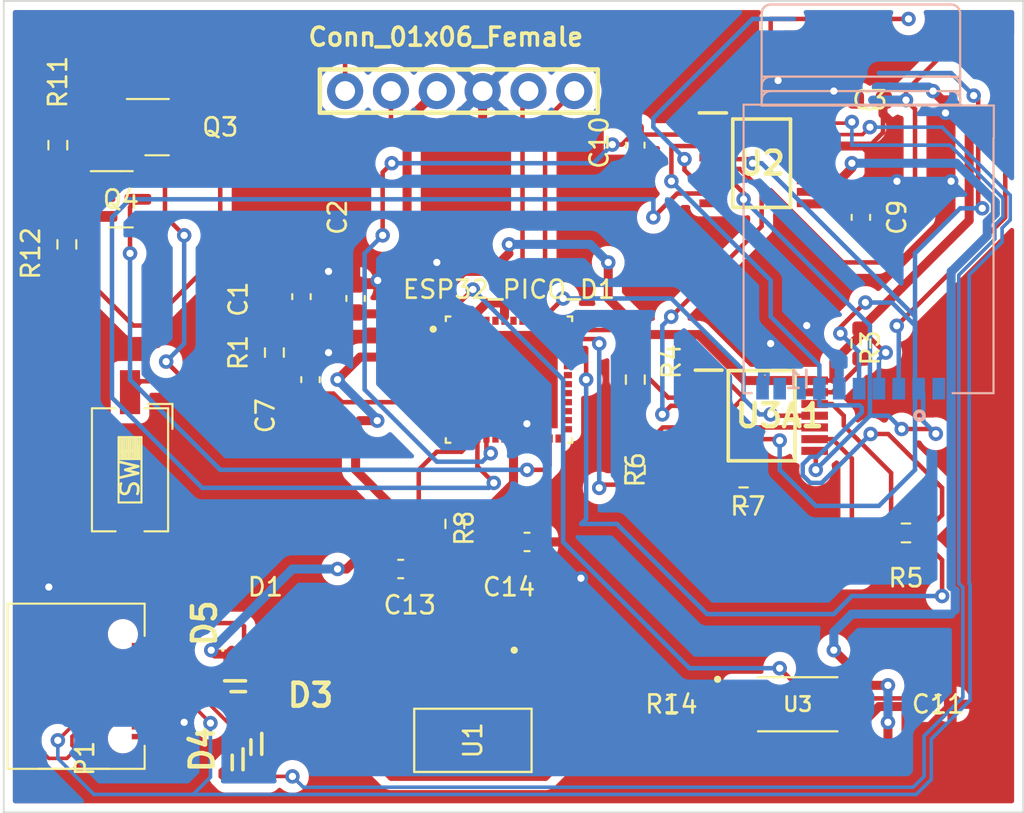
<source format=kicad_pcb>
(kicad_pcb (version 20211014) (generator pcbnew)
  (layers (0 "F.Cu" signal) (31 "B.Cu" signal) (34 "B.Paste" user) (35 "F.Paste" user) (36 "B.SilkS" user "B.Silkscreen") (37 "F.SilkS" user "F.Silkscreen") (38 "B.Mask" user) (39 "F.Mask" user) (44 "Edge.Cuts" user))
  (net 0 "")
  (net 1 "VDD")
  (net 2 "GND")
  (net 3 "Net-(C3-Pad1)")
  (net 4 "/EN")
  (net 5 "Net-(C9-Pad1)")
  (net 6 "/SD_RESET")
  (net 7 "Net-(C11-Pad1)")
  (net 8 "+5V")
  (net 9 "Net-(D1-Pad2)")
  (net 10 "/USB_N")
  (net 11 "/USB_P")
  (net 21 "/SELECT")
  (net 22 "/SD_CDZ")
  (net 28 "/BOOT")
  (net 38 "/ESP_CS")
  (net 39 "/ESP_CLK")
  (net 40 "/ESP_MOSI")
  (net 41 "/ESP_MISO")
  (net 43 "/ESP_RXD0")
  (net 44 "/ESP_TXD0")
  (net 49 "/ESP_CAP1_NC")
  (net 51 "/CD{slash}DAT3")
  (net 52 "/CMD1")
  (net 53 "/CLK1")
  (net 54 "/DAT0")
  (net 56 "/DTR")
  (net 57 "/RTS")
  (net 62 "Net-(Q3-Pad2)")
  (net 63 "Net-(Q4-Pad2)")
  (net 64 "Net-(R3-Pad1)")
  (net 65 "Net-(R4-Pad2)")
  (net 66 "Net-(R5-Pad1)")
  (net 67 "Net-(R6-Pad2)")
  (net 68 "Net-(R7-Pad1)")
  (net 69 "Net-(R14-Pad2)")
  (net 74 "Net-(U3A1-Pad1)")
  (footprint "Diode_SMD:D_0201_0603Metric" (layer "F.Cu") (at 119 106.5)
    (fp_text reference "D1")
    (fp_text value "BAT760")
  )
  (footprint "Resistor_SMD:R_0603_1608Metric" (layer "F.Cu") (at 153.5 89.5 90)
    (fp_text reference "R3")
    (fp_text value "10K")
  )
  (footprint "Button_Switch_SMD:SW_DIP_SPSTx01_Slide_6.7x4.1mm_W8.61mm_P2.54mm_LowProfile" (layer "F.Cu") (at 113 96.5 -90)
    (fp_text reference "SW1")
    (fp_text value "SW_MEC_5G")
  )
  (footprint "pcb-LIB:EST" (layer "F.Cu") (at 118.9625 112.7275 -90)
    (fp_text reference "D4")
    (fp_text value "ESD9X5.OST5G" hide)
  )
  (footprint "pcb-LIB:USB TYPE C" (layer "F.Cu") (at 110 108.5 -90)
    (fp_text reference "P1")
    (fp_text value "EC_USB_TYPE_C_16P_QT")
  )
  (footprint "Capacitor_SMD:C_0603_1608Metric" (layer "F.Cu") (at 123 91.5 90)
    (fp_text reference "C7")
    (fp_text value "0.1uF")
  )
  (footprint "pcb-LIB:esp32_pico_d4" (layer "F.Cu") (at 134 91.5)
    (fp_text reference "ESP32_PICO_D1")
    (fp_text value "ESP32-PICO-D4")
  )
  (footprint "pcb-LIB:gl823k" (layer "F.Cu") (at 148 79.5)
    (fp_text reference "U2")
    (fp_text value "GLB23K" hide)
  )
  (footprint "Resistor_SMD:R_0603_1608Metric" (layer "F.Cu") (at 156 100)
    (fp_text reference "R5")
    (fp_text value "3.3K")
  )
  (footprint "pcb-LIB:VOLTAGE REG 2" (layer "F.Cu") (at 132 111.5 -90)
    (fp_text reference "U1")
    (fp_text value "AMS1117-3.3")
  )
  (footprint "Capacitor_SMD:C_0603_1608Metric" (layer "F.Cu") (at 122.5 86.9 90)
    (fp_text reference "C1")
    (fp_text value "0.1uF")
  )
  (footprint "Package_TO_SOT_SMD:SOT-23" (layer "F.Cu") (at 114.5 77.5)
    (fp_text reference "Q3")
    (fp_text value "2N3904")
  )
  (footprint "Capacitor_SMD:C_0603_1608Metric" (layer "F.Cu") (at 141 78.5 90)
    (fp_text reference "C10")
    (fp_text value "0.1uF")
  )
  (footprint "Resistor_SMD:R_0603_1608Metric" (layer "F.Cu") (at 131 99.5 90)
    (fp_text reference "R8")
    (fp_text value "10k")
  )
  (footprint "pcb-LIB:QUAD BUFFER" (layer "F.Cu") (at 148 93.5)
    (fp_text reference "U3A1")
    (fp_text value "74ABT123PW_112" hide)
  )
  (footprint "Resistor_SMD:R_0603_1608Metric" (layer "F.Cu") (at 109 78.5 90)
    (fp_text reference "R11")
    (fp_text value "1K")
  )
  (footprint "powermux:SOP65P640X120-8N" (layer "F.Cu") (at 150 109.5)
    (fp_text reference "U3")
    (fp_text value "TP52113APWR")
  )
  (footprint "Resistor_SMD:R_0603_1608Metric" (layer "F.Cu") (at 141 91.5 90)
    (fp_text reference "R4")
    (fp_text value "3.3K")
  )
  (footprint "Resistor_SMD:R_0603_1608Metric" (layer "F.Cu") (at 121 90 -90)
    (fp_text reference "R1")
    (fp_text value "10K")
  )
  (footprint "Package_TO_SOT_SMD:SOT-23" (layer "F.Cu") (at 112.5 81.5)
    (fp_text reference "Q4")
    (fp_text value "2N3904")
  )
  (footprint "Capacitor_SMD:C_0603_1608Metric" (layer "F.Cu") (at 135 100.5)
    (fp_text reference "C14")
    (fp_text value "10uF")
  )
  (footprint "pcb-LIB:CONN_01x06" (layer "F.Cu") (at 124.92 75.5)
    (fp_text reference "J1" hide)
    (fp_text value "Conn_01x06_Female")
  )
  (footprint "Capacitor_SMD:C_0603_1608Metric" (layer "F.Cu") (at 153.5 82.5 90)
    (fp_text reference "C9")
    (fp_text value "0.1uF")
  )
  (footprint "Resistor_SMD:R_0603_1608Metric" (layer "F.Cu") (at 141 96.5 90)
    (fp_text reference "R6")
    (fp_text value "3.3K")
  )
  (footprint "Capacitor_SMD:C_0603_1608Metric" (layer "F.Cu") (at 154 76)
    (fp_text reference "C3")
    (fp_text value "0.1uF")
  )
  (footprint "Capacitor_SMD:C_0603_1608Metric" (layer "F.Cu") (at 128 102)
    (fp_text reference "C13")
    (fp_text value "10uF")
  )
  (footprint "Resistor_SMD:R_0603_1608Metric" (layer "F.Cu") (at 109.5 84 90)
    (fp_text reference "R12")
    (fp_text value "1K")
  )
  (footprint "pcb-LIB:EST" (layer "F.Cu") (at 120 111.8725 -90)
    (fp_text reference "D5")
    (fp_text value "ESD9X5.OST5G" hide)
  )
  (footprint "Capacitor_SMD:C_0603_1608Metric" (layer "F.Cu") (at 157.775 109.5)
    (fp_text reference "C11")
    (fp_text value "0.1uF")
  )
  (footprint "pcb-LIB:EST" (layer "F.Cu") (at 119 108.5)
    (fp_text reference "D3")
    (fp_text value "ESD9X5.OST5G" hide)
  )
  (footprint "Capacitor_SMD:C_0603_1608Metric" (layer "F.Cu") (at 125.5 87 90)
    (fp_text reference "C2")
    (fp_text value "0.1uF")
  )
  (footprint "Resistor_SMD:R_0603_1608Metric" (layer "F.Cu") (at 143 109.5)
    (fp_text reference "R14")
    (fp_text value "680R")
  )
  (footprint "Resistor_SMD:R_0603_1608Metric" (layer "F.Cu") (at 147 98 180)
    (fp_text reference "R7")
    (fp_text value "3.3K")
  )
  (footprint "pcb-LIB:CARD SOCKET 1" (layer "B.Cu") (at 153.5 92)
    (fp_text reference "I1")
    (fp_text value "DM3AT_SF_PEJM5_copy")
  )
  (gr_rect (start 106 70.5) (end 162.5 115.5) (layer "Edge.Cuts") (width 0.1) (fill none))
  (segment (start 133.75 87.25) (end 133.75 88) (width 0.5) (layer "F.Cu") (net 1))
  (segment (start 134.655 105.5) (end 134.655 100.93) (width 0.5) (layer "F.Cu") (net 1))
  (segment (start 151.939104 91.55) (end 152 91.489104) (width 0.25) (layer "F.Cu") (net 1))
  (segment (start 129.25 88.75) (end 129.75 88.75) (width 0.5) (layer "F.Cu") (net 1))
  (segment (start 125.57826 87.85326) (end 128.35326 87.85326) (width 0.5) (layer "F.Cu") (net 1))
  (segment (start 152 90.5) (end 153.5 89) (width 0.5) (layer "F.Cu") (net 1))
  (segment (start 132 111.373) (end 132 108.155) (width 0.5) (layer "F.Cu") (net 1))
  (segment (start 129.75 90.25) (end 130.735 90.25) (width 0.5) (layer "F.Cu") (net 1))
  (segment (start 136.935 88.05) (end 136.75 88.235) (width 0.25) (layer "F.Cu") (net 1))
  (segment (start 133 85.5) (end 134 84.5) (width 0.5) (layer "F.Cu") (net 1))
  (segment (start 141.5 89) (end 140.55 88.05) (width 0.5) (layer "F.Cu") (net 1))
  (segment (start 122.5 87.675) (end 125.4 87.675) (width 0.5) (layer "F.Cu") (net 1))
  (segment (start 134.655 102.345) (end 134.655 100.155) (width 0.25) (layer "F.Cu") (net 1))
  (segment (start 125.5 94) (end 125.725451 93.774549) (width 0.5) (layer "F.Cu") (net 1))
  (segment (start 131.5 85.5) (end 133 85.5) (width 0.5) (layer "F.Cu") (net 1))
  (segment (start 125.75 90.25) (end 129.75 90.25) (width 0.5) (layer "F.Cu") (net 1))
  (segment (start 153.5 89) (end 153.5 88.675) (width 0.25) (layer "F.Cu") (net 1))
  (segment (start 129.75 90.25) (end 129.75 88.75) (width 0.5) (layer "F.Cu") (net 1))
  (segment (start 125.4 87.675) (end 125.5 87.775) (width 0.25) (layer "F.Cu") (net 1))
  (segment (start 134.655 100.93) (end 134.225 100.5) (width 0.25) (layer "F.Cu") (net 1))
  (segment (start 125.5 96.5) (end 125.5 94) (width 0.5) (layer "F.Cu") (net 1))
  (segment (start 128.35326 87.85326) (end 129.25 88.75) (width 0.5) (layer "F.Cu") (net 1))
  (segment (start 121 89.175) (end 121 88.675) (width 0.25) (layer "F.Cu") (net 1))
  (segment (start 121 88.675) (end 122 87.675) (width 0.5) (layer "F.Cu") (net 1))
  (segment (start 139.5 87) (end 140.55 88.05) (width 0.5) (layer "F.Cu") (net 1))
  (segment (start 131.175 98.5) (end 131 98.675) (width 0.25) (layer "F.Cu") (net 1))
  (segment (start 140.55 88.05) (end 136.935 88.05) (width 0.25) (layer "F.Cu") (net 1))
  (segment (start 134 85.5) (end 133.75 85.75) (width 0.25) (layer "F.Cu") (net 1))
  (segment (start 134.655 100.155) (end 133 98.5) (width 0.5) (layer "F.Cu") (net 1))
  (segment (start 130.735 90.25) (end 130.735 89.75) (width 0.25) (layer "F.Cu") (net 1))
  (segment (start 133.75 85.75) (end 133.75 87.25) (width 0.5) (layer "F.Cu") (net 1))
  (segment (start 134.25 97.25) (end 134.25 94.765) (width 0.5) (layer "F.Cu") (net 1))
  (segment (start 129.75 88.75) (end 130.735 88.75) (width 0.5) (layer "F.Cu") (net 1))
  (segment (start 150.938 91.55) (end 151.939104 91.55) (width 0.25) (layer "F.Cu") (net 1))
  (segment (start 157.987299 75.987299) (end 158.488006 75.987299) (width 0.5) (layer "F.Cu") (net 1))
  (segment (start 134 84.5) (end 134 84) (width 0.25) (layer "F.Cu") (net 1))
  (segment (start 159.5 82.675) (end 153.5 88.675) (width 0.5) (layer "F.Cu") (net 1))
  (segment (start 154.825 90) (end 153.5 88.675) (width 0.25) (layer "F.Cu") (net 1))
  (segment (start 130 75.5) (end 128.35326 77.14674) (width 0.5) (layer "F.Cu") (net 1))
  (segment (start 134.655 102.345) (end 131.345 102.345) (width 0.5) (layer "F.Cu") (net 1))
  (segment (start 124.5 91.5) (end 125.75 90.25) (width 0.5) (layer "F.Cu") (net 1))
  (segment (start 150.938 91.55) (end 147.05 91.55) (width 0.5) (layer "F.Cu") (net 1))
  (segment (start 128.35326 77.14674) (end 128.35326 87.85326) (width 0.5) (layer "F.Cu") (net 1))
  (segment (start 131.345 102.345) (end 125.5 96.5) (width 0.5) (layer "F.Cu") (net 1))
  (segment (start 133 98.5) (end 134.25 97.25) (width 0.5) (layer "F.Cu") (net 1))
  (segment (start 157.5 75.5) (end 157.987299 75.987299) (width 0.5) (layer "F.Cu") (net 1))
  (segment (start 132.25 87.75) (end 132.75 87.25) (width 0.5) (layer "F.Cu") (net 1))
  (segment (start 122 87.675) (end 122.5 87.675) (width 0.25) (layer "F.Cu") (net 1))
  (segment (start 125.725451 93.774549) (end 126.699951 93.774549) (width 0.5) (layer "F.Cu") (net 1))
  (segment (start 125.5 87.775) (end 125.57826 87.85326) (width 0.25) (layer "F.Cu") (net 1))
  (segment (start 147.05 91.55) (end 144.5 89) (width 0.5) (layer "F.Cu") (net 1))
  (segment (start 134.655 105.5) (end 134.655 102.345) (width 0.25) (layer "F.Cu") (net 1))
  (segment (start 133 98.5) (end 131.175 98.5) (width 0.5) (layer "F.Cu") (net 1))
  (segment (start 129.75 87.25) (end 131.5 85.5) (width 0.5) (layer "F.Cu") (net 1))
  (segment (start 158.488006 75.987299) (end 159.5 76.999293) (width 0.5) (layer "F.Cu") (net 1))
  (segment (start 159.5 76.999293) (end 159.5 82.675) (width 0.5) (layer "F.Cu") (net 1))
  (segment (start 152 91.489104) (end 152 90.5) (width 0.5) (layer "F.Cu") (net 1))
  (segment (start 144.5 89) (end 141.5 89) (width 0.5) (layer "F.Cu") (net 1))
  (segment (start 139.5 85) (end 139.5 87) (width 0.5) (layer "F.Cu") (net 1))
  (segment (start 132.75 87.25) (end 133.75 87.25) (width 0.5) (layer "F.Cu") (net 1))
  (segment (start 129.75 88.75) (end 129.75 87.25) (width 0.5) (layer "F.Cu") (net 1))
  (segment (start 132.25 88.235) (end 132.25 87.75) (width 0.5) (layer "F.Cu") (net 1))
  (segment (start 154.8755 90) (end 154.825 90) (width 0.25) (layer "F.Cu") (net 1))
  (segment (start 133 85.5) (end 134 85.5) (width 0.5) (layer "F.Cu") (net 1))
  (segment (start 132 108.155) (end 134.655 105.5) (width 0.5) (layer "F.Cu") (net 1))
  (via (at 157.5 75.5) (size 0.8) (drill 0.4) (layers "F.Cu" "B.Cu") (net 1))
  (via (at 126.699951 93.774549) (size 0.8) (drill 0.4) (layers "F.Cu" "B.Cu") (net 1))
  (via (at 139.5 85) (size 0.8) (drill 0.4) (layers "F.Cu" "B.Cu") (net 1))
  (via (at 134 84) (size 0.8) (drill 0.4) (layers "F.Cu" "B.Cu") (net 1))
  (via (at 124.5 91.5) (size 0.8) (drill 0.4) (layers "F.Cu" "B.Cu") (net 1))
  (via (at 154.8755 90) (size 0.8) (drill 0.4) (layers "F.Cu" "B.Cu") (net 1))
  (segment (start 157.275 75.275) (end 154.35 75.275) (width 0.5) (layer "B.Cu") (net 1))
  (segment (start 154.5 92) (end 154.5 90.3755) (width 0.25) (layer "B.Cu") (net 1))
  (segment (start 126.699951 93.699951) (end 124.5 91.5) (width 0.5) (layer "B.Cu") (net 1))
  (segment (start 126.699951 93.774549) (end 126.699951 93.699951) (width 0.25) (layer "B.Cu") (net 1))
  (segment (start 157.5 75.5) (end 157.275 75.275) (width 0.25) (layer "B.Cu") (net 1))
  (segment (start 138.5 84) (end 139.5 85) (width 0.5) (layer "B.Cu") (net 1))
  (segment (start 154.5 90.3755) (end 154.8755 90) (width 0.25) (layer "B.Cu") (net 1))
  (segment (start 134 84) (end 138.5 84) (width 0.5) (layer "B.Cu") (net 1))
  (segment (start 155.5 77.55) (end 155.5 80.5) (width 0.5) (layer "F.Cu") (net 2))
  (segment (start 109 100.201667) (end 109.603333 100.805) (width 0.5) (layer "F.Cu") (net 2))
  (segment (start 118.9625 113.2275) (end 119.145 113.2275) (width 0.5) (layer "F.Cu") (net 2))
  (segment (start 139 77.5) (end 140 76.5) (width 0.5) (layer "F.Cu") (net 2))
  (segment (start 135.775 100.5) (end 135.775 103.1) (width 0.25) (layer "F.Cu") (net 2))
  (segment (start 114.5 89.5) (end 110 89.5) (width 0.5) (layer "F.Cu") (net 2))
  (segment (start 108.5 103) (end 110.695 100.805) (width 0.5) (layer "F.Cu") (net 2))
  (segment (start 134.29 108.155) (end 135.775 106.67) (width 0.5) (layer "F.Cu") (net 2))
  (segment (start 135.046137 94) (end 134.992008 93.945871) (width 0.25) (layer "F.Cu") (net 2))
  (segment (start 153.952 78.548) (end 153.977305 78.548) (width 0.25) (layer "F.Cu") (net 2))
  (segment (start 127.701667 100.201667) (end 113.603333 100.201667) (width 0.5) (layer "F.Cu") (net 2))
  (segment (start 125.4 86.125) (end 125.5 86.225) (width 0.25) (layer "F.Cu") (net 2))
  (segment (start 139 72.5) (end 140 73.5) (width 0.5) (layer "F.Cu") (net 2))
  (segment (start 132.54 75.5) (end 135.54 72.5) (width 0.5) (layer "F.Cu") (net 2))
  (segment (start 116 110.5) (end 115.206 111.294) (width 0.5) (layer "F.Cu") (net 2))
  (segment (start 156.55 111.5) (end 157.025 111.025) (width 0.5) (layer "F.Cu") (net 2))
  (segment (start 145.062 99.438) (end 145.062 95.45) (width 0.25) (layer "F.Cu") (net 2))
  (segment (start 113.67 111.294) (end 113.67 110.75) (width 0.25) (layer "F.Cu") (net 2))
  (segment (start 144.5 108) (end 143.675 108) (width 0.5) (layer "F.Cu") (net 2))
  (segment (start 121.5 108.5) (end 122 109) (width 0.5) (layer "F.Cu") (net 2))
  (segment (start 123 90.725) (end 123.725 90) (width 0.25) (layer "F.Cu") (net 2))
  (segment (start 153.952 81.273) (end 153.952 78.548) (width 0.5) (layer "F.Cu") (net 2))
  (segment (start 153.5 81.725) (end 153.952 81.273) (width 0.25) (layer "F.Cu") (net 2))
  (segment (start 119.5 108.5) (end 121.5 108.5) (width 0.5) (layer "F.Cu") (net 2))
  (segment (start 147.917611 109.825) (end 148.567611 110.475) (width 0.5) (layer "F.Cu") (net 2))
  (segment (start 154.507611 109.625) (end 156 109.625) (width 0.5) (layer "F.Cu") (net 2))
  (segment (start 143.675 108) (end 142.175 109.5) (width 0.5) (layer "F.Cu") (net 2))
  (segment (start 144.522 76.5) (end 145.3 77.278) (width 0.5) (layer "F.Cu") (net 2))
  (segment (start 134 91.5) (end 136.5 94) (width 0.25) (layer "F.Cu") (net 2))
  (segment (start 115.206 111.294) (end 113.67 111.294) (width 0.5) (layer "F.Cu") (net 2))
  (segment (start 141 79.275) (end 139.225 79.275) (width 0.5) (layer "F.Cu") (net 2))
  (segment (start 109 90.5) (end 109 100.201667) (width 0.5) (layer "F.Cu") (net 2))
  (segment (start 110.695 100.805) (end 113 100.805) (width 0.25) (layer "F.Cu") (net 2))
  (segment (start 147.13 109.825) (end 147.917611 109.825) (width 0.25) (layer "F.Cu") (net 2))
  (segment (start 157.025 111.025) (end 158.55 109.5) (width 0.5) (layer "F.Cu") (net 2))
  (segment (start 150.5 88.5) (end 149.5 88.5) (width 0.25) (layer "F.Cu") (net 2))
  (segment (start 117.875 86.125) (end 114.5 89.5) (width 0.5) (layer "F.Cu") (net 2))
  (segment (start 122.5 86.125) (end 125.4 86.125) (width 0.5) (layer "F.Cu") (net 2))
  (segment (start 128.5 101) (end 127.701667 100.201667) (width 0.5) (layer "F.Cu") (net 2))
  (segment (start 145 99.5) (end 145.062 99.438) (width 0.25) (layer "F.Cu") (net 2))
  (segment (start 146.545402 77.278) (end 148.911701 74.911701) (width 0.5) (layer "F.Cu") (net 2))
  (segment (start 122 111) (end 120.6275 112.3725) (width 0.5) (layer "F.Cu") (net 2))
  (segment (start 124.725 86.225) (end 125.5 86.225) (width 0.25) (layer "F.Cu") (net 2))
  (segment (start 124.5 86) (end 124 85.5) (width 0.25) (layer "F.Cu") (net 2))
  (segment (start 110 89.5) (end 109 90.5) (width 0.5) (layer "F.Cu") (net 2))
  (segment (start 152.87 110.475) (end 153.657611 110.475) (width 0.5) (layer "F.Cu") (net 2))
  (segment (start 136.5 94) (end 135.046137 94) (width 0.25) (layer "F.Cu") (net 2))
  (segment (start 156 111.5) (end 156.55 111.5) (width 0.5) (layer "F.Cu") (net 2))
  (segment (start 147.13 109.825) (end 147.13 109.175) (width 0.5) (layer "F.Cu") (net 2))
  (segment (start 153.05 74.45) (end 154.725 74.45) (width 0.5) (layer "F.Cu") (net 2))
  (segment (start 122 109) (end 122 111) (width 0.5) (layer "F.Cu") (net 2))
  (segment (start 139 79.05) (end 139 77.5) (width 0.5) (layer "F.Cu") (net 2))
  (segment (start 120.6275 112.3725) (end 120 112.3725) (width 0.5) (layer "F.Cu") (net 2))
  (segment (start 128.5 101.725) (end 128.5 101) (width 0.5) (layer "F.Cu") (net 2))
  (segment (start 154.725 76.775) (end 155.5 77.55) (width 0.5) (layer "F.Cu") (net 2))
  (segment (start 154.725 77.800305) (end 154.725 76.775) (width 0.25) (layer "F.Cu") (net 2))
  (segment (start 128.775 102) (end 128.5 101.725) (width 0.25) (layer "F.Cu") (net 2))
  (segment (start 124 85.5) (end 124.725 86.225) (width 0.25) (layer "F.Cu") (net 2))
  (segment (start 141 99.5) (end 145 99.5) (width 0.25) (layer "F.Cu") (net 2))
  (segment (start 148.567611 110.475) (end 152.87 110.475) (width 0.5) (layer "F.Cu") (net 2))
  (segment (start 156 109.625) (end 156 111.5) (width 0.5) (layer "F.Cu") (net 2))
  (segment (start 140 76.5) (end 144.522 76.5) (width 0.5) (layer "F.Cu") (net 2))
  (segment (start 145.3 77.278) (end 146.545402 77.278) (width 0.25) (layer "F.Cu") (net 2))
  (segment (start 140 73.5) (end 140 76.5) (width 0.5) (layer "F.Cu") (net 2))
  (segment (start 135.775 106.67) (end 135.775 100.5) (width 0.5) (layer "F.Cu") (net 2))
  (segment (start 122.5 86.125) (end 117.875 86.125) (width 0.5) (layer "F.Cu") (net 2))
  (segment (start 154.725 76.775) (end 154.725 74.45) (width 0.5) (layer "F.Cu") (net 2))
  (segment (start 132.54 75.5) (end 132.54 82.46) (width 0.5) (layer "F.Cu") (net 2))
  (segment (start 135.54 72.5) (end 139 72.5) (width 0.5) (layer "F.Cu") (net 2))
  (segment (start 132.54 82.46) (end 130 85) (width 0.5) (layer "F.Cu") (net 2))
  (segment (start 153.657611 110.475) (end 154.507611 109.625) (width 0.5) (layer "F.Cu") (net 2))
  (segment (start 126.7245 86) (end 124.5 86) (width 0.25) (layer "F.Cu") (net 2))
  (segment (start 152 75.5) (end 153.05 74.45) (width 0.5) (layer "F.Cu") (net 2))
  (segment (start 147.13 109.825) (end 146.325 109.825) (width 0.25) (layer "F.Cu") (net 2))
  (segment (start 137.987701 102.512299) (end 141 99.5) (width 0.25) (layer "F.Cu") (net 2))
  (segment (start 153.977305 78.548) (end 154.725 77.800305) (width 0.25) (layer "F.Cu") (net 2))
  (segment (start 109.603333 100.805) (end 113 100.805) (width 0.5) (layer "F.Cu") (net 2))
  (segment (start 150.7 78.548) (end 153.952 78.548) (width 0.5) (layer "F.Cu") (net 2))
  (segment (start 123.725 90) (end 124 90) (width 0.25) (layer "F.Cu") (net 2))
  (segment (start 119.145 113.2275) (end 120 112.3725) (width 0.5) (layer "F.Cu") (net 2))
  (segment (start 135.775 103.1) (end 142.175 109.5) (width 0.5) (layer "F.Cu") (net 2))
  (segment (start 113.603333 100.201667) (end 113 100.805) (width 0.25) (layer "F.Cu") (net 2))
  (segment (start 149.5 88.5) (end 148.5 89.5) (width 0.25) (layer "F.Cu") (net 2))
  (segment (start 139.225 79.275) (end 139 79.05) (width 0.25) (layer "F.Cu") (net 2))
  (segment (start 158.5 77.024598) (end 158.187701 76.712299) (width 0.25) (layer "F.Cu") (net 2))
  (segment (start 146.325 109.825) (end 144.5 108) (width 0.5) (layer "F.Cu") (net 2))
  (segment (start 158.5 80.5) (end 158.5 77.024598) (width 0.25) (layer "F.Cu") (net 2))
  (via (at 158.5 80.5) (size 0.8) (drill 0.4) (layers "F.Cu" "B.Cu") (net 2))
  (via (at 155.5 80.5) (size 0.8) (drill 0.4) (layers "F.Cu" "B.Cu") (net 2))
  (via (at 150.5 88.5) (size 0.8) (drill 0.4) (layers "F.Cu" "B.Cu") (net 2))
  (via (at 152 75.5) (size 0.8) (drill 0.4) (layers "F.Cu" "B.Cu") (net 2))
  (via (at 108.5 103) (size 0.8) (drill 0.4) (layers "F.Cu" "B.Cu") (net 2))
  (via (at 148.911701 74.911701) (size 0.8) (drill 0.4) (layers "F.Cu" "B.Cu") (net 2))
  (via (at 126.7245 86) (size 0.8) (drill 0.4) (layers "F.Cu" "B.Cu") (net 2))
  (via (at 124 90) (size 0.8) (drill 0.4) (layers "F.Cu" "B.Cu") (net 2))
  (via (at 158.187701 76.712299) (size 0.8) (drill 0.4) (layers "F.Cu" "B.Cu") (net 2))
  (via (at 134.992008 93.945871) (size 0.8) (drill 0.4) (layers "F.Cu" "B.Cu") (net 2))
  (via (at 116 110.5) (size 0.8) (drill 0.4) (layers "F.Cu" "B.Cu") (net 2))
  (via (at 130 85) (size 0.8) (drill 0.4) (layers "F.Cu" "B.Cu") (net 2))
  (via (at 148.5 89.5) (size 0.8) (drill 0.4) (layers "F.Cu" "B.Cu") (net 2))
  (via (at 124 85.5) (size 0.8) (drill 0.4) (layers "F.Cu" "B.Cu") (net 2))
  (via (at 137.987701 102.512299) (size 0.8) (drill 0.4) (layers "F.Cu" "B.Cu") (net 2))
  (segment (start 130 85) (end 127.7245 85) (width 0.5) (layer "B.Cu") (net 2))
  (segment (start 136 94.953863) (end 136 100.5) (width 0.25) (layer "B.Cu") (net 2))
  (segment (start 148.5 89.5) (end 148.325 89.675) (width 0.25) (layer "B.Cu") (net 2))
  (segment (start 134.992008 93.945871) (end 131.945871 93.945871) (width 0.25) (layer "B.Cu") (net 2))
  (segment (start 149.5 75.5) (end 152 75.5) (width 0.5) (layer "B.Cu") (net 2))
  (segment (start 152.3 90.3) (end 150.5 88.5) (width 0.25) (layer "B.Cu") (net 2))
  (segment (start 155.5 80.5) (end 158.5 80.5) (width 0.5) (layer "B.Cu") (net 2))
  (segment (start 136 100.5) (end 136 101) (width 0.25) (layer "B.Cu") (net 2))
  (segment (start 108.5 109.5) (end 108.5 103) (width 0.5) (layer "B.Cu") (net 2))
  (segment (start 148.325 89.675) (end 148.325 91.688604) (width 0.25) (layer "B.Cu") (net 2))
  (segment (start 127.7245 85) (end 126.7245 86) (width 0.5) (layer "B.Cu") (net 2))
  (segment (start 137.975402 102.5) (end 137.987701 102.512299) (width 0.25) (layer "B.Cu") (net 2))
  (segment (start 158.4 76.5) (end 160.5 76.5) (width 0.5) (layer "B.Cu") (net 2))
  (segment (start 109.5 110.5) (end 109 110) (width 0.5) (layer "B.Cu") (net 2))
  (segment (start 136 101) (end 137.5 102.5) (width 0.25) (layer "B.Cu") (net 2))
  (segment (start 158.187701 76.712299) (end 158.4 76.5) (width 0.25) (layer "B.Cu") (net 2))
  (segment (start 134.992008 93.945871) (end 136 94.953863) (width 0.25) (layer "B.Cu") (net 2))
  (segment (start 127.5 89.5) (end 127.5 87.5) (width 0.5) (layer "B.Cu") (net 2))
  (segment (start 131.945871 93.945871) (end 127.5 89.5) (width 0.5) (layer "B.Cu") (net 2))
  (segment (start 127.5 87.5) (end 130 85) (width 0.5) (layer "B.Cu") (net 2))
  (segment (start 148.911701 74.911701) (end 149.5 75.5) (width 0.5) (layer "B.Cu") (net 2))
  (segment (start 124 90) (end 124 85.5) (width 0.5) (layer "B.Cu") (net 2))
  (segment (start 152.3 92) (end 152.3 90.3) (width 0.25) (layer "B.Cu") (net 2))
  (segment (start 137.5 102.5) (end 137.975402 102.5) (width 0.25) (layer "B.Cu") (net 2))
  (segment (start 109 110) (end 108.5 109.5) (width 0.5) (layer "B.Cu") (net 2))
  (segment (start 116 110.5) (end 109.5 110.5) (width 0.5) (layer "B.Cu") (net 2))
  (segment (start 149 76.725) (end 151.275 74.45) (width 0.25) (layer "F.Cu") (net 3))
  (segment (start 153 76.225) (end 153.225 76) (width 0.25) (layer "F.Cu") (net 3))
  (segment (start 151.275 75.800305) (end 151.699695 76.225) (width 0.25) (layer "F.Cu") (net 3))
  (segment (start 151.275 74.45) (end 151.275 75.800305) (width 0.25) (layer "F.Cu") (net 3))
  (segment (start 151.699695 76.225) (end 153 76.225) (width 0.25) (layer "F.Cu") (net 3))
  (segment (start 149.682 79.182) (end 149 78.5) (width 0.25) (layer "F.Cu") (net 3))
  (segment (start 149 78.5) (end 149 76.725) (width 0.25) (layer "F.Cu") (net 3))
  (segment (start 150.7 79.182) (end 149.682 79.182) (width 0.25) (layer "F.Cu") (net 3))
  (segment (start 124.75 92.75) (end 124.275 92.275) (width 0.25) (layer "F.Cu") (net 4))
  (segment (start 116.091667 91.591667) (end 116.266667 91.591667) (width 0.25) (layer "F.Cu") (net 4))
  (segment (start 117.033334 90.825) (end 116.266667 91.591667) (width 0.25) (layer "F.Cu") (net 4))
  (segment (start 114.9375 82.4375) (end 116 83.5) (width 0.25) (layer "F.Cu") (net 4))
  (segment (start 115 90.5) (end 116.091667 91.591667) (width 0.25) (layer "F.Cu") (net 4))
  (segment (start 122.45 92.275) (end 121 90.825) (width 0.25) (layer "F.Cu") (net 4))
  (segment (start 114.9375 78) (end 114.9375 82.4375) (width 0.25) (layer "F.Cu") (net 4))
  (segment (start 116.266667 91.591667) (end 113.603333 91.591667) (width 0.25) (layer "F.Cu") (net 4))
  (segment (start 130.735 92.75) (end 124.75 92.75) (width 0.25) (layer "F.Cu") (net 4))
  (segment (start 124.275 92.275) (end 123 92.275) (width 0.25) (layer "F.Cu") (net 4))
  (segment (start 113.603333 91.591667) (end 113 92.195) (width 0.25) (layer "F.Cu") (net 4))
  (segment (start 115.4375 77.5) (end 114.9375 78) (width 0.25) (layer "F.Cu") (net 4))
  (segment (start 121 90.825) (end 117.033334 90.825) (width 0.25) (layer "F.Cu") (net 4))
  (segment (start 123 92.275) (end 122.45 92.275) (width 0.25) (layer "F.Cu") (net 4))
  (via (at 115 90.5) (size 0.8) (drill 0.4) (layers "F.Cu" "B.Cu") (net 4))
  (via (at 116 83.5) (size 0.8) (drill 0.4) (layers "F.Cu" "B.Cu") (net 4))
  (segment (start 116 89.5) (end 115 90.5) (width 0.25) (layer "B.Cu") (net 4))
  (segment (start 116 83.5) (end 116 89.5) (width 0.25) (layer "B.Cu") (net 4))
  (segment (start 151.9805 81.7555) (end 150.7 81.7555) (width 0.5) (layer "F.Cu") (net 5))
  (segment (start 153.5 83.275) (end 151.9805 81.7555) (width 0.5) (layer "F.Cu") (net 5))
  (segment (start 127 83.5) (end 127 80.00376) (width 0.25) (layer "F.Cu") (net 6))
  (segment (start 140.259663 78.465337) (end 141 77.725) (width 0.25) (layer "F.Cu") (net 6))
  (segment (start 127 80.00376) (end 127.50376 79.5) (width 0.25) (layer "F.Cu") (net 6))
  (segment (start 139.7245 78.465337) (end 140.259663 78.465337) (width 0.25) (layer "F.Cu") (net 6))
  (segment (start 145.3 77.912) (end 141.187 77.912) (width 0.25) (layer "F.Cu") (net 6))
  (segment (start 132.75 95.344568) (end 132.98627 95.580838) (width 0.25) (layer "F.Cu") (net 6))
  (segment (start 141.187 77.912) (end 141 77.725) (width 0.25) (layer "F.Cu") (net 6))
  (segment (start 132.75 94.765) (end 132.75 95.344568) (width 0.25) (layer "F.Cu") (net 6))
  (via (at 127.50376 79.5) (size 0.8) (drill 0.4) (layers "F.Cu" "B.Cu") (net 6))
  (via (at 132.98627 95.580838) (size 0.8) (drill 0.4) (layers "F.Cu" "B.Cu") (net 6))
  (via (at 139.7245 78.465337) (size 0.8) (drill 0.4) (layers "F.Cu" "B.Cu") (net 6))
  (via (at 127 83.5) (size 0.8) (drill 0.4) (layers "F.Cu" "B.Cu") (net 6))
  (segment (start 132.98627 95.580838) (end 132.517108 96.05) (width 0.25) (layer "B.Cu") (net 6))
  (segment (start 127.50376 79.5) (end 138.689837 79.5) (width 0.25) (layer "B.Cu") (net 6))
  (segment (start 130 96.05) (end 126 92.05) (width 0.25) (layer "B.Cu") (net 6))
  (segment (start 132.517108 96.05) (end 130 96.05) (width 0.25) (layer "B.Cu") (net 6))
  (segment (start 126 92.05) (end 126 84.5) (width 0.25) (layer "B.Cu") (net 6))
  (segment (start 126 84.5) (end 127 83.5) (width 0.25) (layer "B.Cu") (net 6))
  (segment (start 138.689837 79.5) (end 139.7245 78.465337) (width 0.25) (layer "B.Cu") (net 6))
  (segment (start 152.87 109.175) (end 156.675 109.175) (width 0.25) (layer "F.Cu") (net 7))
  (segment (start 156.675 109.175) (end 157 109.5) (width 0.25) (layer "F.Cu") (net 7))
  (segment (start 151.6815 81.088) (end 150.7 81.088) (width 0.5) (layer "F.Cu") (net 8))
  (segment (start 118.425 106.715) (end 117.715 106.715) (width 0.5) (layer "F.Cu") (net 8))
  (segment (start 127.5 113.5) (end 136 113.5) (width 0.5) (layer "F.Cu") (net 8))
  (segment (start 155 112.5) (end 136.5 112.5) (width 0.5) (layer "F.Cu") (net 8))
  (segment (start 118.425 108.425) (end 118.425 106.715) (width 0.5) (layer "F.Cu") (net 8))
  (segment (start 152.87 107.37) (end 152 106.5) (width 0.5) (layer "F.Cu") (net 8))
  (segment (start 153 79.5) (end 153 79.7695) (width 0.25) (layer "F.Cu") (net 8))
  (segment (start 155 108.4505) (end 152.9445 108.4505) (width 0.5) (layer "F.Cu") (net 8))
  (segment (start 152.87 108.525) (end 152.87 107.37) (width 0.5) (layer "F.Cu") (net 8))
  (segment (start 136 113.5) (end 136.5 113) (width 0.5) (layer "F.Cu") (net 8))
  (segment (start 117.715 106.715) (end 117.5 106.5) (width 0.5) (layer "F.Cu") (net 8))
  (segment (start 155 110.5) (end 155 112.5) (width 0.5) (layer "F.Cu") (net 8))
  (segment (start 153 79.7695) (end 151.6815 81.088) (width 0.5) (layer "F.Cu") (net 8))
  (segment (start 152.9445 108.4505) (end 152.87 108.525) (width 0.25) (layer "F.Cu") (net 8))
  (segment (start 118.5 108.5) (end 118.425 108.425) (width 0.5) (layer "F.Cu") (net 8))
  (segment (start 124.5 102) (end 125 102) (width 0.5) (layer "F.Cu") (net 8))
  (segment (start 125 102) (end 125.5 101.5) (width 0.5) (layer "F.Cu") (net 8))
  (segment (start 127 113) (end 127.5 113.5) (width 0.5) (layer "F.Cu") (net 8))
  (segment (start 129.71 108.155) (end 127 110.865) (width 0.5) (layer "F.Cu") (net 8))
  (segment (start 118.425 106.715) (end 118.64 106.5) (width 0.5) (layer "F.Cu") (net 8))
  (segment (start 125.5 101.5) (end 126.725 101.5) (width 0.5) (layer "F.Cu") (net 8))
  (segment (start 127.225 102) (end 127.225 105.67) (width 0.5) (layer "F.Cu") (net 8))
  (segment (start 127 110.865) (end 127 113) (width 0.5) (layer "F.Cu") (net 8))
  (segment (start 127.225 105.67) (end 129.71 108.155) (width 0.5) (layer "F.Cu") (net 8))
  (segment (start 126.725 101.5) (end 126.818414 101.593414) (width 0.5) (layer "F.Cu") (net 8))
  (segment (start 136.5 112.5) (end 136.5 113) (width 0.5) (layer "F.Cu") (net 8))
  (via (at 155 110.5) (size 0.8) (drill 0.4) (layers "F.Cu" "B.Cu") (net 8))
  (via (at 155 108.4505) (size 0.8) (drill 0.4) (layers "F.Cu" "B.Cu") (net 8))
  (via (at 117.5 106.5) (size 0.8) (drill 0.4) (layers "F.Cu" "B.Cu") (net 8))
  (via (at 124.5 102) (size 0.8) (drill 0.4) (layers "F.Cu" "B.Cu") (net 8))
  (via (at 152 106.5) (size 0.8) (drill 0.4) (layers "F.Cu" "B.Cu") (net 8))
  (via (at 153 79.5) (size 0.8) (drill 0.4) (layers "F.Cu" "B.Cu") (net 8))
  (segment (start 158.5 104.5) (end 158.725 104.275) (width 0.25) (layer "B.Cu") (net 8))
  (segment (start 117.5 106.5) (end 122 102) (width 0.5) (layer "B.Cu") (net 8))
  (segment (start 155 110.5) (end 155 108.4505) (width 0.5) (layer "B.Cu") (net 8))
  (segment (start 122 102) (end 124.5 102) (width 0.5) (layer "B.Cu") (net 8))
  (segment (start 158.725 103.199695) (end 158.5 102.974695) (width 0.25) (layer "B.Cu") (net 8))
  (segment (start 158.525306 85.5) (end 160.5 83.525306) (width 0.5) (layer "B.Cu") (net 8))
  (segment (start 158.5 102.974695) (end 158.5 85.5) (width 0.5) (layer "B.Cu") (net 8))
  (segment (start 158.725 104.275) (end 158.725 103.199695) (width 0.5) (layer "B.Cu") (net 8))
  (segment (start 160.5 83.525306) (end 160.5 82.749805) (width 0.5) (layer "B.Cu") (net 8))
  (segment (start 158.5 85.5) (end 158.525306 85.5) (width 0.25) (layer "B.Cu") (net 8))
  (segment (start 152 105.5) (end 153 104.5) (width 0.5) (layer "B.Cu") (net 8))
  (segment (start 160.9495 81.656638) (end 158.792862 79.5) (width 0.5) (layer "B.Cu") (net 8))
  (segment (start 152 106.5) (end 152 105.5) (width 0.5) (layer "B.Cu") (net 8))
  (segment (start 160.9495 82.300305) (end 160.9495 81.656638) (width 0.5) (layer "B.Cu") (net 8))
  (segment (start 158.792862 79.5) (end 153 79.5) (width 0.5) (layer "B.Cu") (net 8))
  (segment (start 160.5 82.749805) (end 160.9495 82.300305) (width 0.5) (layer "B.Cu") (net 8))
  (segment (start 153 104.5) (end 158.5 104.5) (width 0.5) (layer "B.Cu") (net 8))
  (segment (start 116.25 106.25) (end 117.5 105) (width 0.25) (layer "F.Cu") (net 9))
  (segment (start 119.32 105.18) (end 119.32 106.5) (width 0.25) (layer "F.Cu") (net 9))
  (segment (start 119.14 105) (end 119.32 105.18) (width 0.25) (layer "F.Cu") (net 9))
  (segment (start 113.67 106.25) (end 116.25 106.25) (width 0.25) (layer "F.Cu") (net 9))
  (segment (start 117.5 105) (end 119.14 105) (width 0.25) (layer "F.Cu") (net 9))
  (segment (start 152.9345 77.278) (end 150.7 77.278) (width 0.2) (layer "F.Cu") (net 10))
  (segment (start 120.7175 113.7825) (end 121 113.5) (width 0.2) (layer "F.Cu") (net 10))
  (segment (start 109.5 112.5) (end 108.5 112.5) (width 0.2) (layer "F.Cu") (net 10))
  (segment (start 116.627298 108.725) (end 112.340686 108.725) (width 0.2) (layer "F.Cu") (net 10))
  (segment (start 108 112) (end 108 108) (width 0.2) (layer "F.Cu") (net 10))
  (segment (start 114.67 108.75) (end 114.694999 108.725001) (width 0.2) (layer "F.Cu") (net 10))
  (segment (start 119 111.5) (end 119 112) (width 0.2) (layer "F.Cu") (net 10))
  (segment (start 109.782843 111.282843) (end 109.782843 111.782843) (width 0.2) (layer "F.Cu") (net 10))
  (segment (start 118 113.19) (end 118 113.5) (width 0.2) (layer "F.Cu") (net 10))
  (segment (start 118.9625 112.2275) (end 118 113.19) (width 0.2) (layer "F.Cu") (net 10))
  (segment (start 119 111.5) (end 119 111.097702) (width 0.2) (layer "F.Cu") (net 10))
  (segment (start 108.25 107.75) (end 114.67 107.75) (width 0.2) (layer "F.Cu") (net 10))
  (segment (start 118.2825 113.7825) (end 120.7175 113.7825) (width 0.2) (layer "F.Cu") (net 10))
  (segment (start 109.782843 111.782843) (end 110 112) (width 0.2) (layer "F.Cu") (net 10))
  (segment (start 118 113.5) (end 118.2825 113.7825) (width 0.2) (layer "F.Cu") (net 10))
  (segment (start 108 108) (end 108.25 107.75) (width 0.2) (layer "F.Cu") (net 10))
  (segment (start 119 111.097702) (end 116.627298 108.725) (width 0.2) (layer "F.Cu") (net 10))
  (segment (start 121 113.5) (end 122 113.5) (width 0.2) (layer "F.Cu") (net 10))
  (segment (start 110 112) (end 109.5 112.5) (width 0.2) (layer "F.Cu") (net 10))
  (segment (start 108.5 112.5) (end 108 112) (width 0.2) (layer "F.Cu") (net 10))
  (segment (start 153 77.2125) (end 152.9345 77.278) (width 0.2) (layer "F.Cu") (net 10))
  (segment (start 112.340686 108.725) (end 109.782843 111.282843) (width 0.2) (layer "F.Cu") (net 10))
  (via (at 122 113.5) (size 0.8) (drill 0.4) (layers "F.Cu" "B.Cu") (net 10))
  (via (at 153 77.2125) (size 0.8) (drill 0.4) (layers "F.Cu" "B.Cu") (net 10))
  (segment (start 160.925 82.925845) (end 161.3745 82.476345) (width 0.2) (layer "B.Cu") (net 10))
  (segment (start 160.925 83.701346) (end 160.925 82.925845) (width 0.2) (layer "B.Cu") (net 10))
  (segment (start 156.4 114.1) (end 157 113.5) (width 0.2) (layer "B.Cu") (net 10))
  (segment (start 159.15 109.115686) (end 159.15 103.023655) (width 0.2) (layer "B.Cu") (net 10))
  (segment (start 153 78.5) (end 153 77.2125) (width 0.2) (layer "B.Cu") (net 10))
  (segment (start 158.925 102.798655) (end 158.925 85.701346) (width 0.2) (layer "B.Cu") (net 10))
  (segment (start 122 113.5) (end 122.6 114.1) (width 0.2) (layer "B.Cu") (net 10))
  (segment (start 161.3745 81.440186) (end 158.434314 78.5) (width 0.2) (layer "B.Cu") (net 10))
  (segment (start 158.925 85.701346) (end 160.925 83.701346) (width 0.2) (layer "B.Cu") (net 10))
  (segment (start 159.15 103.023655) (end 158.925 102.798655) (width 0.2) (layer "B.Cu") (net 10))
  (segment (start 157 113.5) (end 157 111.265686) (width 0.2) (layer "B.Cu") (net 10))
  (segment (start 161.3745 82.476345) (end 161.3745 81.440186) (width 0.2) (layer "B.Cu") (net 10))
  (segment (start 157 111.265686) (end 159.15 109.115686) (width 0.2) (layer "B.Cu") (net 10))
  (segment (start 122.6 114.1) (end 156.4 114.1) (width 0.2) (layer "B.Cu") (net 10))
  (segment (start 158.434314 78.5) (end 153 78.5) (width 0.2) (layer "B.Cu") (net 10))
  (segment (start 119.5 110.5) (end 120 111) (width 0.2) (layer "F.Cu") (net 11))
  (segment (start 114.67 108.25) (end 114.694999 108.274999) (width 0.2) (layer "F.Cu") (net 11))
  (segment (start 113.782499 108.275) (end 113.807499 108.25) (width 0.2) (layer "F.Cu") (net 11))
  (segment (start 113.67 109.25) (end 116.163054 109.25) (width 0.2) (layer "F.Cu") (net 11))
  (segment (start 112.25 108.25) (end 114.67 108.25) (width 0.2) (layer "F.Cu") (net 11))
  (segment (start 113.782499 108.275) (end 116.813698 108.275) (width 0.2) (layer "F.Cu") (net 11))
  (segment (start 154 77.5) (end 153.588 77.912) (width 0.2) (layer "F.Cu") (net 11))
  (segment (start 119.038698 110.5) (end 119.5 110.5) (width 0.2) (layer "F.Cu") (net 11))
  (segment (start 116.163054 109.25) (end 117.456527 110.543473) (width 0.2) (layer "F.Cu") (net 11))
  (segment (start 114.694999 108.274999) (end 113.782499 108.275) (width 0.2) (layer "F.Cu") (net 11))
  (segment (start 153.588 77.912) (end 150.7 77.912) (width 0.2) (layer "F.Cu") (net 11))
  (segment (start 116.813698 108.275) (end 119.038698 110.5) (width 0.2) (layer "F.Cu") (net 11))
  (segment (start 120 111) (end 120 111.3725) (width 0.2) (layer "F.Cu") (net 11))
  (segment (start 109 111.5) (end 112.25 108.25) (width 0.2) (layer "F.Cu") (net 11))
  (segment (start 113.807499 108.25) (end 114.67 108.25) (width 0.2) (layer "F.Cu") (net 11))
  (via (at 109 111.5) (size 0.8) (drill 0.4) (layers "F.Cu" "B.Cu") (net 11))
  (via (at 154 77.5) (size 0.8) (drill 0.4) (layers "F.Cu" "B.Cu") (net 11))
  (via (at 117.456527 110.543473) (size 0.8) (drill 0.4) (layers "F.Cu" "B.Cu") (net 11))
  (segment (start 161.325 83.867031) (end 161.325 83.091531) (width 0.2) (layer "B.Cu") (net 11))
  (segment (start 109 111.5) (end 109 112.5) (width 0.2) (layer "B.Cu") (net 11))
  (segment (start 158 77.5) (end 154 77.5) (width 0.2) (layer "B.Cu") (net 11))
  (segment (start 116.5 114.5) (end 117.456527 113.543473) (width 0.2) (layer "B.Cu") (net 11))
  (segment (start 161.7745 82.64203) (end 161.7745 81.2745) (width 0.2) (layer "B.Cu") (net 11))
  (segment (start 159.5 102.80797) (end 159.5 85.692032) (width 0.2) (layer "B.Cu") (net 11))
  (segment (start 109 112.5) (end 111 114.5) (width 0.2) (layer "B.Cu") (net 11))
  (segment (start 156.565686 114.5) (end 157.4 113.665685) (width 0.2) (layer "B.Cu") (net 11))
  (segment (start 161.7745 81.2745) (end 158 77.5) (width 0.2) (layer "B.Cu") (net 11))
  (segment (start 159.5 85.692032) (end 161.325 83.867031) (width 0.2) (layer "B.Cu") (net 11))
  (segment (start 157.4 111.431371) (end 159.55 109.281371) (width 0.2) (layer "B.Cu") (net 11))
  (segment (start 116.5 114.5) (end 156.565686 114.5) (width 0.2) (layer "B.Cu") (net 11))
  (segment (start 159.55 109.281371) (end 159.55 102.85797) (width 0.2) (layer "B.Cu") (net 11))
  (segment (start 159.55 102.85797) (end 159.5 102.80797) (width 0.2) (layer "B.Cu") (net 11))
  (segment (start 157.4 113.665685) (end 157.4 111.431371) (width 0.2) (layer "B.Cu") (net 11))
  (segment (start 117.456527 113.543473) (end 117.456527 110.543473) (width 0.2) (layer "B.Cu") (net 11))
  (segment (start 161.325 83.091531) (end 161.7745 82.64203) (width 0.2) (layer "B.Cu") (net 11))
  (segment (start 111 114.5) (end 116.5 114.5) (width 0.2) (layer "B.Cu") (net 11))
  (segment (start 129 96.5) (end 130 95.5) (width 0.25) (layer "F.Cu") (net 21))
  (segment (start 131.366418 95.5) (end 131.75 95.116418) (width 0.25) (layer "F.Cu") (net 21))
  (segment (start 130 95.5) (end 131.366418 95.5) (width 0.25) (layer "F.Cu") (net 21))
  (segment (start 129 98.325) (end 129 96.5) (width 0.25) (layer "F.Cu") (net 21))
  (segment (start 131.75 95.116418) (end 131.75 94.765) (width 0.25) (layer "F.Cu") (net 21))
  (segment (start 131 100.325) (end 129 98.325) (width 0.25) (layer "F.Cu") (net 21))
  (segment (start 132.25 96.315784) (end 133.158716 97.2245) (width 0.25) (layer "F.Cu") (net 22))
  (segment (start 142 82.5) (end 143.3205 81.1795) (width 0.25) (layer "F.Cu") (net 22))
  (segment (start 132.25 94.765) (end 132.25 96.315784) (width 0.25) (layer "F.Cu") (net 22))
  (segment (start 143.3205 81.1795) (end 145 81.1795) (width 0.25) (layer "F.Cu") (net 22))
  (via (at 133.158716 97.2245) (size 0.8) (drill 0.4) (layers "F.Cu" "B.Cu") (net 22))
  (via (at 142 82.5) (size 0.8) (drill 0.4) (layers "F.Cu" "B.Cu") (net 22))
  (segment (start 112 82.5) (end 113 81.5) (width 0.25) (layer "B.Cu") (net 22))
  (segment (start 113 81.5) (end 142 81.5) (width 0.25) (layer "B.Cu") (net 22))
  (segment (start 142 81.5) (end 142 82.5) (width 0.25) (layer "B.Cu") (net 22))
  (segment (start 117 97.5) (end 112 92.5) (width 0.25) (layer "B.Cu") (net 22))
  (segment (start 132.883216 97.5) (end 117 97.5) (width 0.25) (layer "B.Cu") (net 22))
  (segment (start 133.158716 97.2245) (end 132.883216 97.5) (width 0.25) (layer "B.Cu") (net 22))
  (segment (start 112 92.5) (end 112 82.5) (width 0.25) (layer "B.Cu") (net 22))
  (segment (start 136.25 94.765) (end 136.25 96.25) (width 0.25) (layer "F.Cu") (net 28))
  (segment (start 113 84.5) (end 113 81.9375) (width 0.25) (layer "F.Cu") (net 28))
  (segment (start 113 81.9375) (end 113.4375 81.5) (width 0.25) (layer "F.Cu") (net 28))
  (segment (start 136.25 96.25) (end 136 96.5) (width 0.25) (layer "F.Cu") (net 28))
  (segment (start 136 96.5) (end 135 96.5) (width 0.25) (layer "F.Cu") (net 28))
  (via (at 113 84.5) (size 0.8) (drill 0.4) (layers "F.Cu" "B.Cu") (net 28))
  (via (at 135 96.5) (size 0.8) (drill 0.4) (layers "F.Cu" "B.Cu") (net 28))
  (segment (start 118 96.5) (end 115 93.5) (width 0.25) (layer "B.Cu") (net 28))
  (segment (start 115 93.5) (end 113 91.5) (width 0.25) (layer "B.Cu") (net 28))
  (segment (start 113 91.5) (end 113 84.5) (width 0.25) (layer "B.Cu") (net 28))
  (segment (start 135 96.5) (end 118 96.5) (width 0.25) (layer "B.Cu") (net 28))
  (segment (start 157.5 101) (end 155 101) (width 0.25) (layer "F.Cu") (net 38))
  (segment (start 153.5 102.5) (end 149.675 102.5) (width 0.25) (layer "F.Cu") (net 38))
  (segment (start 138.25 89.75) (end 137.265 89.75) (width 0.25) (layer "F.Cu") (net 38))
  (segment (start 155 101) (end 153.5 102.5) (width 0.25) (layer "F.Cu") (net 38))
  (segment (start 138.2755 89.7755) (end 138.25 89.75) (width 0.25) (layer "F.Cu") (net 38))
  (segment (start 149.675 102.5) (end 146.175 99) (width 0.25) (layer "F.Cu") (net 38))
  (segment (start 158 101.5) (end 157.5 101) (width 0.25) (layer "F.Cu") (net 38))
  (segment (start 146.175 99) (end 146.175 98) (width 0.25) (layer "F.Cu") (net 38))
  (segment (start 158 103.5) (end 158 101.5) (width 0.25) (layer "F.Cu") (net 38))
  (segment (start 138.2755 91.5) (end 138.2755 89.7755) (width 0.25) (layer "F.Cu") (net 38))
  (via (at 138.2755 91.5) (size 0.8) (drill 0.4) (layers "F.Cu" "B.Cu") (net 38))
  (via (at 158 103.5) (size 0.8) (drill 0.4) (layers "F.Cu" "B.Cu") (net 38))
  (segment (start 139.974695 99.5) (end 138 99.5) (width 0.25) (layer "B.Cu") (net 38))
  (segment (start 158 103.5) (end 153 103.5) (width 0.25) (layer "B.Cu") (net 38))
  (segment (start 153 103.5) (end 152 104.5) (width 0.25) (layer "B.Cu") (net 38))
  (segment (start 138.2755 91.5) (end 138.2755 99.2245) (width 0.25) (layer "B.Cu") (net 38))
  (segment (start 152 104.5) (end 144.974695 104.5) (width 0.25) (layer "B.Cu") (net 38))
  (segment (start 138.2755 99.2245) (end 138 99.5) (width 0.25) (layer "B.Cu") (net 38))
  (segment (start 144.974695 104.5) (end 139.974695 99.5) (width 0.25) (layer "B.Cu") (net 38))
  (segment (start 139.175 97.325) (end 139 97.5) (width 0.25) (layer "F.Cu") (net 39))
  (segment (start 138.75 89.25) (end 137.265 89.25) (width 0.25) (layer "F.Cu") (net 39))
  (segment (start 141 97.325) (end 139.175 97.325) (width 0.25) (layer "F.Cu") (net 39))
  (segment (start 139 89.5) (end 138.75 89.25) (width 0.25) (layer "F.Cu") (net 39))
  (via (at 139 89.5) (size 0.8) (drill 0.4) (layers "F.Cu" "B.Cu") (net 39))
  (via (at 139 97.5) (size 0.8) (drill 0.4) (layers "F.Cu" "B.Cu") (net 39))
  (segment (start 139 97.5) (end 139 89.5) (width 0.25) (layer "B.Cu") (net 39))
  (segment (start 140.5 89) (end 140.5 89.957538) (width 0.25) (layer "F.Cu") (net 40))
  (segment (start 140.2 90.257538) (end 140.2 91.525) (width 0.25) (layer "F.Cu") (net 40))
  (segment (start 140.25 88.75) (end 140.5 89) (width 0.25) (layer "F.Cu") (net 40))
  (segment (start 137.265 88.75) (end 140.25 88.75) (width 0.25) (layer "F.Cu") (net 40))
  (segment (start 140.2 91.525) (end 141 92.325) (width 0.25) (layer "F.Cu") (net 40))
  (segment (start 140.5 89.957538) (end 140.2 90.257538) (width 0.25) (layer "F.Cu") (net 40))
  (segment (start 148.5745 93.5) (end 150.938 93.5) (width 0.25) (layer "F.Cu") (net 41))
  (segment (start 148.5 93.4255) (end 148.5745 93.5) (width 0.25) (layer "F.Cu") (net 41))
  (segment (start 136.25 88.235) (end 136.25 87.75) (width 0.25) (layer "F.Cu") (net 41))
  (segment (start 136.25 87.75) (end 137 87) (width 0.25) (layer "F.Cu") (net 41))
  (via (at 137 87) (size 0.8) (drill 0.4) (layers "F.Cu" "B.Cu") (net 41))
  (via (at 148.5 93.4255) (size 0.8) (drill 0.4) (layers "F.Cu" "B.Cu") (net 41))
  (segment (start 148.5 93.4255) (end 147.8755 93.4255) (width 0.25) (layer "B.Cu") (net 41))
  (segment (start 147 91) (end 143 87) (width 0.25) (layer "B.Cu") (net 41))
  (segment (start 147.8755 93.4255) (end 147 92.55) (width 0.25) (layer "B.Cu") (net 41))
  (segment (start 143 87) (end 137 87) (width 0.25) (layer "B.Cu") (net 41))
  (segment (start 147 92.55) (end 147 91) (width 0.25) (layer "B.Cu") (net 41))
  (segment (start 135.25 87.25) (end 136 86.5) (width 0.25) (layer "F.Cu") (net 43))
  (segment (start 136 77.12) (end 137.62 75.5) (width 0.25) (layer "F.Cu") (net 43))
  (segment (start 135.25 88.235) (end 135.25 87.25) (width 0.25) (layer "F.Cu") (net 43))
  (segment (start 136 86.5) (end 136 77.12) (width 0.25) (layer "F.Cu") (net 43))
  (segment (start 134.75 75.83) (end 135.08 75.5) (width 0.25) (layer "F.Cu") (net 44))
  (segment (start 134.75 88.235) (end 134.75 75.83) (width 0.25) (layer "F.Cu") (net 44))
  (segment (start 132 86.5) (end 131.25 87.25) (width 0.25) (layer "F.Cu") (net 49))
  (segment (start 151.325 109.825) (end 149 107.5) (width 0.25) (layer "F.Cu") (net 49))
  (segment (start 131.25 87.25) (end 131.25 88.235) (width 0.25) (layer "F.Cu") (net 49))
  (segment (start 152.87 109.825) (end 151.325 109.825) (width 0.25) (layer "F.Cu") (net 49))
  (via (at 149 107.5) (size 0.8) (drill 0.4) (layers "F.Cu" "B.Cu") (net 49))
  (via (at 132 86.5) (size 0.8) (drill 0.4) (layers "F.Cu" "B.Cu") (net 49))
  (segment (start 149 107.5) (end 144 107.5) (width 0.25) (layer "B.Cu") (net 49))
  (segment (start 137 91.5) (end 132 86.5) (width 0.25) (layer "B.Cu") (net 49))
  (segment (start 144 107.5) (end 137 100.5) (width 0.25) (layer "B.Cu") (net 49))
  (segment (start 137 100.5) (end 137 91.5) (width 0.25) (layer "B.Cu") (net 49))
  (segment (start 151 95.512) (end 150.938 95.45) (width 0.25) (layer "F.Cu") (net 51))
  (segment (start 147 81.5) (end 147 81.152) (width 0.25) (layer "F.Cu") (net 51))
  (segment (start 151 96.5) (end 151 95.512) (width 0.25) (layer "F.Cu") (net 51))
  (segment (start 146.3 80.452) (end 145.3 80.452) (width 0.25) (layer "F.Cu") (net 51))
  (segment (start 144.3 80.452) (end 143.7245 79.8765) (width 0.25) (layer "F.Cu") (net 51))
  (segment (start 145.3 80.452) (end 144.3 80.452) (width 0.25) (layer "F.Cu") (net 51))
  (segment (start 157.388201 94.237701) (end 157.6505 94.5) (width 0.25) (layer "F.Cu") (net 51))
  (segment (start 143.7245 79.8765) (end 143.7245 79.2725) (width 0.25) (layer "F.Cu") (net 51))
  (segment (start 147 81.152) (end 146.3 80.452) (width 0.25) (layer "F.Cu") (net 51))
  (segment (start 155.762299 94.237701) (end 157.388201 94.237701) (width 0.25) (layer "F.Cu") (net 51))
  (via (at 147 81.5) (size 0.8) (drill 0.4) (layers "F.Cu" "B.Cu") (net 51))
  (via (at 155.762299 94.237701) (size 0.8) (drill 0.4) (layers "F.Cu" "B.Cu") (net 51))
  (via (at 143.7245 79.2725) (size 0.8) (drill 0.4) (layers "F.Cu" "B.Cu") (net 51))
  (via (at 157.6505 94.5) (size 0.8) (drill 0.4) (layers "F.Cu" "B.Cu") (net 51))
  (via (at 151 96.5) (size 0.8) (drill 0.4) (layers "F.Cu" "B.Cu") (net 51))
  (segment (start 151 96.5) (end 154 93.5) (width 0.25) (layer "B.Cu") (net 51))
  (segment (start 157.6505 94.5) (end 156.95 93.7995) (width 0.25) (layer "B.Cu") (net 51))
  (segment (start 154 93.5) (end 154 88.5) (width 0.25) (layer "B.Cu") (net 51))
  (segment (start 143.7245 79.2245) (end 143.7245 79.2725) (width 0.25) (layer "B.Cu") (net 51))
  (segment (start 155.024598 93.5) (end 155.762299 94.237701) (width 0.25) (layer "B.Cu") (net 51))
  (segment (start 154 93.5) (end 155.024598 93.5) (width 0.25) (layer "B.Cu") (net 51))
  (segment (start 142 77.5) (end 143.7245 79.2245) (width 0.25) (layer "B.Cu") (net 51))
  (segment (start 154 88.5) (end 147 81.5) (width 0.25) (layer "B.Cu") (net 51))
  (segment (start 142 77) (end 142 77.5) (width 0.25) (layer "B.Cu") (net 51))
  (segment (start 147.5 71.5) (end 142 77) (width 0.25) (layer "B.Cu") (net 51))
  (segment (start 147.5 71.5) (end 149.782 71.5) (width 0.25) (layer "B.Cu") (net 51))
  (segment (start 156.95 93.7995) (end 156.95 92.25) (width 0.25) (layer "B.Cu") (net 51))
  (segment (start 156.5 76.5) (end 156 76) (width 0.25) (layer "F.Cu") (net 52))
  (segment (start 148 81) (end 147.974695 81) (width 0.25) (layer "F.Cu") (net 52))
  (segment (start 155.4877 88.5123) (end 161.5 82.5) (width 0.25) (layer "F.Cu") (net 52))
  (segment (start 158.5 73) (end 156 75.5) (width 0.25) (layer "F.Cu") (net 52))
  (segment (start 148 83) (end 148 81) (width 0.25) (layer "F.Cu") (net 52))
  (segment (start 142.987701 88.012299) (end 148 83) (width 0.25) (layer "F.Cu") (net 52))
  (segment (start 148.5 81) (end 152.5 85) (width 0.25) (layer "F.Cu") (net 52))
  (segment (start 147.974695 81) (end 148.5 81) (width 0.25) (layer "F.Cu") (net 52))
  (segment (start 154.474695 85) (end 156.987347 82.487348) (width 0.25) (layer "F.Cu") (net 52))
  (segment (start 147.974695 81) (end 146.792695 79.818) (width 0.25) (layer "F.Cu") (net 52))
  (segment (start 152.5 85) (end 154.474695 85) (width 0.25) (layer "F.Cu") (net 52))
  (segment (start 145.062 92.85) (end 144.962 92.95) (width 0.25) (layer "F.Cu") (net 52))
  (segment (start 156.987347 82.487348) (end 156.5 82) (width 0.25) (layer "F.Cu") (net 52))
  (segment (start 161.5 73) (end 158.5 73) (width 0.25) (layer "F.Cu") (net 52))
  (segment (start 144.962 92.95) (end 142.97319 92.95) (width 0.25) (layer "F.Cu") (net 52))
  (segment (start 146.792695 79.818) (end 145.3 79.818) (width 0.25) (layer "F.Cu") (net 52))
  (segment (start 156.5 82) (end 156.5 76.5) (width 0.25) (layer "F.Cu") (net 52))
  (segment (start 161.5 82.5) (end 161.5 73) (width 0.25) (layer "F.Cu") (net 52))
  (segment (start 156 75.5) (end 156 76) (width 0.25) (layer "F.Cu") (net 52))
  (segment (start 142.97319 92.95) (end 142.497155 93.426035) (width 0.25) (layer "F.Cu") (net 52))
  (via (at 155.4877 88.5123) (size 0.8) (drill 0.4) (layers "F.Cu" "B.Cu") (net 52))
  (via (at 142.987701 88.012299) (size 0.8) (drill 0.4) (layers "F.Cu" "B.Cu") (net 52))
  (via (at 142.497155 93.426035) (size 0.8) (drill 0.4) (layers "F.Cu" "B.Cu") (net 52))
  (via (at 156 76) (size 0.8) (drill 0.4) (layers "F.Cu" "B.Cu") (net 52))
  (segment (start 142.497155 88.502845) (end 142.987701 88.012299) (width 0.25) (layer "B.Cu") (net 52))
  (segment (start 142.497155 93.426035) (end 142.497155 88.502845) (width 0.25) (layer "B.Cu") (net 52))
  (segment (start 155.6 88.6246) (end 155.4877 88.5123) (width 0.25) (layer "B.Cu") (net 52))
  (segment (start 155.6 92) (end 155.6 88.6246) (width 0.25) (layer "B.Cu") (net 52))
  (segment (start 154.15 76) (end 156 76) (width 0.5) (layer "B.Cu") (net 52))
  (segment (start 160.2245 82) (end 160 81.7755) (width 0.25) (layer "F.Cu") (net 53))
  (segment (start 147.5 79.5) (end 147.2755 79.2755) (width 0.25) (layer "F.Cu") (net 53))
  (segment (start 160 76) (end 159.75 75.75) (width 0.25) (layer "F.Cu") (net 53))
  (segment (start 152.362454 88.595084) (end 153.733025 87.224513) (width 0.25) (layer "F.Cu") (net 53))
  (segment (start 147.2755 79.2755) (end 146 79.2755) (width 0.25) (layer "F.Cu") (net 53))
  (segment (start 148.9255 94.8) (end 149 94.8745) (width 0.25) (layer "F.Cu") (net 53))
  (segment (start 153.733025 87.224513) (end 153.749111 87.224513) (width 0.25) (layer "F.Cu") (net 53))
  (segment (start 152.362454 88.936171) (end 152.362454 88.595084) (width 0.25) (layer "F.Cu") (net 53))
  (segment (start 160 81.7755) (end 160 76) (width 0.25) (layer "F.Cu") (net 53))
  (segment (start 145.062 94.8) (end 148.9255 94.8) (width 0.25) (layer "F.Cu") (net 53))
  (via (at 152.362454 88.936171) (size 0.8) (drill 0.4) (layers "F.Cu" "B.Cu") (net 53))
  (via (at 147.5 79.5) (size 0.8) (drill 0.4) (layers "F.Cu" "B.Cu") (net 53))
  (via (at 160.2245 82) (size 0.8) (drill 0.4) (layers "F.Cu" "B.Cu") (net 53))
  (via (at 159.75 75.75) (size 0.8) (drill 0.4) (layers "F.Cu" "B.Cu") (net 53))
  (via (at 149 94.8745) (size 0.8) (drill 0.4) (layers "F.Cu" "B.Cu") (net 53))
  (via (at 153.749111 87.224513) (size 0.8) (drill 0.4) (layers "F.Cu" "B.Cu") (net 53))
  (segment (start 149 96.5) (end 151 98.5) (width 0.25) (layer "B.Cu") (net 53))
  (segment (start 156.5 88.5) (end 156.5 88) (width 0.25) (layer "B.Cu") (net 53))
  (segment (start 160.2245 82) (end 159 82) (width 0.25) (layer "B.Cu") (net 53))
  (segment (start 153.4 92) (end 153.4 89.973717) (width 0.25) (layer "B.Cu") (net 53))
  (segment (start 155.224513 87.224513) (end 156.5 88.5) (width 0.25) (layer "B.Cu") (net 53))
  (segment (start 158.5 74.5) (end 154.5 74.5) (width 0.25) (layer "B.Cu") (net 53))
  (segment (start 156.5 89) (end 156.5 88.5) (width 0.25) (layer "B.Cu") (net 53))
  (segment (start 156.5 84.5) (end 156.5 89) (width 0.25) (layer "B.Cu") (net 53))
  (segment (start 154.5 98.5) (end 156.5 96.5) (width 0.25) (layer "B.Cu") (net 53))
  (segment (start 159 82) (end 156.5 84.5) (width 0.25) (layer "B.Cu") (net 53))
  (segment (start 159.75 75.75) (end 158.5 74.5) (width 0.25) (layer "B.Cu") (net 53))
  (segment (start 151 98.5) (end 154.5 98.5) (width 0.25) (layer "B.Cu") (net 53))
  (segment (start 153.4 89.973717) (end 152.362454 88.936171) (width 0.25) (layer "B.Cu") (net 53))
  (segment (start 153.749111 87.224513) (end 155.224513 87.224513) (width 0.25) (layer "B.Cu") (net 53))
  (segment (start 149 94.8745) (end 149 96.5) (width 0.25) (layer "B.Cu") (net 53))
  (segment (start 148 79.5) (end 147.5 79.5) (width 0.25) (layer "B.Cu") (net 53))
  (segment (start 156.5 88) (end 148 79.5) (width 0.25) (layer "B.Cu") (net 53))
  (segment (start 156.5 96.5) (end 156.5 89) (width 0.25) (layer "B.Cu") (net 53))
  (segment (start 154.03842 94.513822) (end 155.013822 94.513822) (width 0.25) (layer "F.Cu") (net 54))
  (segment (start 158 97.5) (end 158 99) (width 0.25) (layer "F.Cu") (net 54))
  (segment (start 145.3 78.548) (end 146.3 78.548) (width 0.25) (layer "F.Cu") (net 54))
  (segment (start 155.013822 94.513822) (end 158 97.5) (width 0.25) (layer "F.Cu") (net 54))
  (segment (start 146.3 78.548) (end 143.048 78.548) (width 0.25) (layer "F.Cu") (net 54))
  (segment (start 149.636701 75.211299) (end 146.3 78.548) (width 0.25) (layer "F.Cu") (net 54))
  (segment (start 149.636701 74.611396) (end 149.636701 75.211299) (width 0.25) (layer "F.Cu") (net 54))
  (segment (start 148.5 73.474695) (end 149.636701 74.611396) (width 0.25) (layer "F.Cu") (net 54))
  (segment (start 158 99) (end 157 100) (width 0.25) (layer "F.Cu") (net 54))
  (segment (start 143.048 78.548) (end 143 78.5) (width 0.25) (layer "F.Cu") (net 54))
  (segment (start 148.5 71.5) (end 148.5 73.474695) (width 0.25) (layer "F.Cu") (net 54))
  (segment (start 156.138604 71.5) (end 148.5 71.5) (width 0.25) (layer "F.Cu") (net 54))
  (segment (start 143 78.5) (end 143 80.5) (width 0.25) (layer "F.Cu") (net 54))
  (via (at 154.03842 94.513822) (size 0.8) (drill 0.4) (layers "F.Cu" "B.Cu") (net 54))
  (via (at 156.138604 71.5) (size 0.8) (drill 0.4) (layers "F.Cu" "B.Cu") (net 54))
  (via (at 143 80.5) (size 0.8) (drill 0.4) (layers "F.Cu" "B.Cu") (net 54))
  (segment (start 153.55 93.05) (end 153.425 92.925) (width 0.25) (layer "B.Cu") (net 54))
  (segment (start 150.275 96.800305) (end 150.275 96.199695) (width 0.25) (layer "B.Cu") (net 54))
  (segment (start 150.699695 97.225) (end 150.275 96.800305) (width 0.25) (layer "B.Cu") (net 54))
  (segment (start 150.275 96.199695) (end 150.699695 95.775) (width 0.25) (layer "B.Cu") (net 54))
  (segment (start 153.425 92.925) (end 151.2 92.925) (width 0.25) (layer "B.Cu") (net 54))
  (segment (start 154.03842 94.513822) (end 151.327242 97.225) (width 0.25) (layer "B.Cu") (net 54))
  (segment (start 153.55 93.313604) (end 153.55 93.05) (width 0.25) (layer "B.Cu") (net 54))
  (segment (start 151.2 92.925) (end 151.2 90.7) (width 0.25) (layer "B.Cu") (net 54))
  (segment (start 151.327242 97.225) (end 150.699695 97.225) (width 0.25) (layer "B.Cu") (net 54))
  (segment (start 151.088604 95.775) (end 153.55 93.313604) (width 0.25) (layer "B.Cu") (net 54))
  (segment (start 148.5 86) (end 143 80.5) (width 0.25) (layer "B.Cu") (net 54))
  (segment (start 151.2 90.7) (end 148.5 88) (width 0.25) (layer "B.Cu") (net 54))
  (segment (start 150.699695 95.775) (end 151.088604 95.775) (width 0.25) (layer "B.Cu") (net 54))
  (segment (start 148.5 88) (end 148.5 86) (width 0.25) (layer "B.Cu") (net 54))
  (segment (start 107.5 74.5) (end 107.5 77.825) (width 0.25) (layer "F.Cu") (net 56))
  (segment (start 124.92 73.5) (end 124.42 73) (width 0.25) (layer "F.Cu") (net 56))
  (segment (start 124.92 75.5) (end 124.92 73.5) (width 0.25) (layer "F.Cu") (net 56))
  (segment (start 107.5 77.825) (end 109 79.325) (width 0.25) (layer "F.Cu") (net 56))
  (segment (start 124.42 73) (end 109 73) (width 0.25) (layer "F.Cu") (net 56))
  (segment (start 109 79.325) (end 110.3375 79.325) (width 0.25) (layer "F.Cu") (net 56))
  (segment (start 109 73) (end 107.5 74.5) (width 0.25) (layer "F.Cu") (net 56))
  (segment (start 110.3375 79.325) (end 111.5625 80.55) (width 0.25) (layer "F.Cu") (net 56))
  (segment (start 114 88.5) (end 118 84.5) (width 0.25) (layer "F.Cu") (net 57))
  (segment (start 127.46 77.04) (end 127.46 75.5) (width 0.25) (layer "F.Cu") (net 57))
  (segment (start 120 74.5) (end 124 78.5) (width 0.25) (layer "F.Cu") (net 57))
  (segment (start 118 74.5) (end 120 74.5) (width 0.25) (layer "F.Cu") (net 57))
  (segment (start 118 84.5) (end 118 74.5) (width 0.25) (layer "F.Cu") (net 57))
  (segment (start 124 78.5) (end 126 78.5) (width 0.25) (layer "F.Cu") (net 57))
  (segment (start 126 78.5) (end 127.46 77.04) (width 0.25) (layer "F.Cu") (net 57))
  (segment (start 115.6125 74.5) (end 113.5625 76.55) (width 0.25) (layer "F.Cu") (net 57))
  (segment (start 113.175 88.5) (end 114 88.5) (width 0.25) (layer "F.Cu") (net 57))
  (segment (start 109.5 84.825) (end 113.175 88.5) (width 0.25) (layer "F.Cu") (net 57))
  (segment (start 118 74.5) (end 115.6125 74.5) (width 0.25) (layer "F.Cu") (net 57))
  (segment (start 112.7875 77.675) (end 113.5625 78.45) (width 0.25) (layer "F.Cu") (net 62))
  (segment (start 109 77.675) (end 112.7875 77.675) (width 0.25) (layer "F.Cu") (net 62))
  (segment (start 109.5 83.175) (end 110.225 82.45) (width 0.25) (layer "F.Cu") (net 63))
  (segment (start 110.225 82.45) (end 111.5625 82.45) (width 0.25) (layer "F.Cu") (net 63))
  (segment (start 153.5 90.6255) (end 153.5 90.325) (width 0.25) (layer "F.Cu") (net 64))
  (segment (start 150.938 92.2) (end 151.9255 92.2) (width 0.25) (layer "F.Cu") (net 64))
  (segment (start 151.9255 92.2) (end 153.5 90.6255) (width 0.25) (layer "F.Cu") (net 64))
  (segment (start 145.062 92.2) (end 144.0745 92.2) (width 0.25) (layer "F.Cu") (net 65))
  (segment (start 144.0745 92.2) (end 143.7745 92.5) (width 0.25) (layer "F.Cu") (net 65))
  (segment (start 143.7745 92.5) (end 142.825 92.5) (width 0.25) (layer "F.Cu") (net 65))
  (segment (start 142.825 92.5) (end 141 90.675) (width 0.25) (layer "F.Cu") (net 65))
  (segment (start 155.175 100) (end 155.175 96.675) (width 0.25) (layer "F.Cu") (net 66))
  (segment (start 155.175 96.675) (end 152.55 94.05) (width 0.25) (layer "F.Cu") (net 66))
  (segment (start 152.55 94.05) (end 152.55 93.5) (width 0.25) (layer "F.Cu") (net 66))
  (segment (start 152.55 93.5) (end 151.9 92.85) (width 0.25) (layer "F.Cu") (net 66))
  (segment (start 151.9 92.85) (end 150.938 92.85) (width 0.25) (layer "F.Cu") (net 66))
  (segment (start 142.525 94.15) (end 145.062 94.15) (width 0.25) (layer "F.Cu") (net 67))
  (segment (start 141 95.675) (end 142.525 94.15) (width 0.25) (layer "F.Cu") (net 67))
  (segment (start 150.938 94.8) (end 151.9255 94.8) (width 0.25) (layer "F.Cu") (net 68))
  (segment (start 151.9255 94.8) (end 153 95.8745) (width 0.25) (layer "F.Cu") (net 68))
  (segment (start 150.325 100.5) (end 147.825 98) (width 0.25) (layer "F.Cu") (net 68))
  (segment (start 152.5 100.5) (end 150.325 100.5) (width 0.25) (layer "F.Cu") (net 68))
  (segment (start 153 100) (end 152.5 100.5) (width 0.25) (layer "F.Cu") (net 68))
  (segment (start 153 95.8745) (end 153 100) (width 0.25) (layer "F.Cu") (net 68))
  (segment (start 147.105 110.5) (end 144 110.5) (width 0.25) (layer "F.Cu") (net 69))
  (segment (start 147.13 110.475) (end 147.105 110.5) (width 0.25) (layer "F.Cu") (net 69))
  (segment (start 144 110.5) (end 143.825 110.325) (width 0.25) (layer "F.Cu") (net 69))
  (segment (start 143.825 110.325) (end 143.825 109.5) (width 0.25) (layer "F.Cu") (net 69))
  (segment (start 146.0245 93.476) (end 147 92.5005) (width 0.25) (layer "F.Cu") (net 74))
  (segment (start 145.062 91.55) (end 146.0495 91.55) (width 0.25) (layer "F.Cu") (net 74))
  (segment (start 146.0495 91.55) (end 147 92.5005) (width 0.25) (layer "F.Cu") (net 74))
  (segment (start 146.0245 93.5) (end 146.0245 93.476) (width 0.25) (layer "F.Cu") (net 74))
  (segment (start 146.0245 93.5) (end 145.062 93.5) (width 0.25) (layer "F.Cu") (net 74))
  (segment (start 146.6745 94.15) (end 146.0245 93.5) (width 0.25) (layer "F.Cu") (net 74))
  (segment (start 150.938 94.15) (end 146.6745 94.15) (width 0.25) (layer "F.Cu") (net 74))
  (zone (net 2) (net_name "GND") (layers F&B.Cu) (connect_pads (clearance 0.508)) (min_thickness 0.254) (fill yes (thermal_gap 0.508) (thermal_bridge_width 0.508))
    (polygon (pts (xy 162.5 115.5) (xy 106 115.5) (xy 106 70.5) (xy 162.5 70.5)))
  )
)
</source>
